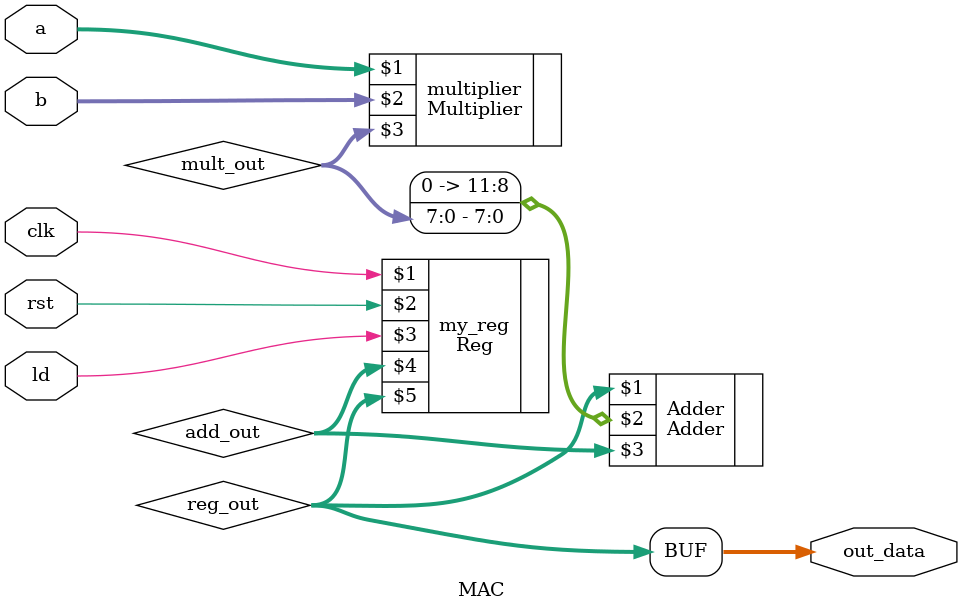
<source format=v>
module MAC(clk, rst, a, b, ld, out_data);
    input clk, rst;
    input[7:0] a, b;
    input ld;
    output[11:0] out_data;
    wire[7:0] mult_out;
    wire[11:0] add_out, reg_out;

    Multiplier multiplier(a, b, mult_out);
    Adder #(12) Adder(reg_out, {4'b0, mult_out}, add_out);
    Reg #(12) my_reg(clk, rst, ld, add_out, reg_out);

    assign out_data = reg_out;
endmodule
</source>
